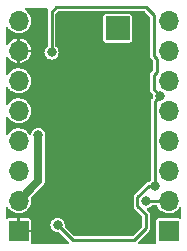
<source format=gbr>
%TF.GenerationSoftware,KiCad,Pcbnew,(6.0.5)*%
%TF.CreationDate,2022-05-26T22:58:08+02:00*%
%TF.ProjectId,STP220_Polulu,53545032-3230-45f5-906f-6c756c752e6b,rev?*%
%TF.SameCoordinates,Original*%
%TF.FileFunction,Copper,L1,Top*%
%TF.FilePolarity,Positive*%
%FSLAX46Y46*%
G04 Gerber Fmt 4.6, Leading zero omitted, Abs format (unit mm)*
G04 Created by KiCad (PCBNEW (6.0.5)) date 2022-05-26 22:58:08*
%MOMM*%
%LPD*%
G01*
G04 APERTURE LIST*
%TA.AperFunction,SMDPad,CuDef*%
%ADD10R,2.000000X2.000000*%
%TD*%
%TA.AperFunction,ComponentPad*%
%ADD11R,1.700000X1.700000*%
%TD*%
%TA.AperFunction,ComponentPad*%
%ADD12O,1.700000X1.700000*%
%TD*%
%TA.AperFunction,ViaPad*%
%ADD13C,0.400000*%
%TD*%
%TA.AperFunction,ViaPad*%
%ADD14C,0.800000*%
%TD*%
%TA.AperFunction,Conductor*%
%ADD15C,0.250000*%
%TD*%
%TA.AperFunction,Conductor*%
%ADD16C,0.700000*%
%TD*%
G04 APERTURE END LIST*
D10*
%TO.P,J3,1,Pin_1*%
%TO.N,Net-(J3-Pad1)*%
X144272000Y-78105000D03*
%TD*%
D11*
%TO.P,J2,1,Pin_1*%
%TO.N,GND*%
X135890000Y-95235000D03*
D12*
%TO.P,J2,2,Pin_2*%
%TO.N,+5V*%
X135890000Y-92695000D03*
%TO.P,J2,3,Pin_3*%
%TO.N,Net-(U1-Pad3)*%
X135890000Y-90155000D03*
%TO.P,J2,4,Pin_4*%
%TO.N,Net-(U1-Pad5)*%
X135890000Y-87615000D03*
%TO.P,J2,5,Pin_5*%
%TO.N,Net-(U1-Pad8)*%
X135890000Y-85075000D03*
%TO.P,J2,6,Pin_6*%
%TO.N,Net-(U1-Pad10)*%
X135890000Y-82535000D03*
%TO.P,J2,7,Pin_7*%
%TO.N,GND*%
X135890000Y-79995000D03*
%TO.P,J2,8,Pin_8*%
%TO.N,unconnected-(J2-Pad8)*%
X135890000Y-77455000D03*
%TD*%
D11*
%TO.P,J1,1,Pin_1*%
%TO.N,Net-(J1-Pad1)*%
X148590000Y-95250000D03*
D12*
%TO.P,J1,2,Pin_2*%
%TO.N,Net-(J1-Pad2)*%
X148590000Y-92710000D03*
%TO.P,J1,3,Pin_3*%
%TO.N,Net-(U1-Pad14)*%
X148590000Y-90170000D03*
%TO.P,J1,4,Pin_4*%
%TO.N,unconnected-(J1-Pad4)*%
X148590000Y-87630000D03*
%TO.P,J1,5,Pin_5*%
%TO.N,unconnected-(J1-Pad5)*%
X148590000Y-85090000D03*
%TO.P,J1,6,Pin_6*%
%TO.N,unconnected-(J1-Pad6)*%
X148590000Y-82550000D03*
%TO.P,J1,7,Pin_7*%
%TO.N,unconnected-(J1-Pad7)*%
X148590000Y-80010000D03*
%TO.P,J1,8,Pin_8*%
%TO.N,Net-(J1-Pad8)*%
X148590000Y-77470000D03*
%TD*%
D13*
%TO.N,GND*%
X135128000Y-93853000D03*
X137287000Y-95885000D03*
X139319000Y-95885000D03*
X140589000Y-94742000D03*
X145796000Y-94742000D03*
X146939000Y-95758000D03*
X143002000Y-79629000D03*
X144018000Y-81280000D03*
X146304000Y-84455000D03*
X146304000Y-85344000D03*
X143637000Y-89916000D03*
D14*
X139065000Y-91059000D03*
X140335000Y-91059000D03*
X141605000Y-91059000D03*
X140589000Y-88011000D03*
X140589000Y-84709000D03*
X143891000Y-84709000D03*
X143891000Y-88011000D03*
D13*
X146939000Y-81280000D03*
D14*
X139334150Y-88632588D03*
D13*
X141605000Y-86360000D03*
D14*
X137541000Y-81661000D03*
D13*
X142875000Y-86995000D03*
D14*
X137541000Y-85598000D03*
X137541000Y-83439000D03*
D13*
X142875000Y-86360000D03*
X142240000Y-86360000D03*
D14*
X140462000Y-80391000D03*
D13*
X142240000Y-85725000D03*
D14*
X145923000Y-78232000D03*
D13*
X141605000Y-86995000D03*
X141605000Y-85725000D03*
X142240000Y-86995000D03*
D14*
X137414000Y-76962000D03*
D13*
X142875000Y-85725000D03*
D14*
%TO.N,+5V*%
X147447000Y-91440000D03*
X139192000Y-94742000D03*
X138684000Y-80137000D03*
X147886060Y-83817093D03*
X137541000Y-87122000D03*
%TO.N,Net-(J1-Pad2)*%
X146679388Y-92721601D03*
%TO.N,Net-(J3-Pad1)*%
X144907000Y-77623820D03*
%TD*%
D15*
%TO.N,+5V*%
X145954877Y-92421498D02*
X146936375Y-91440000D01*
X146685000Y-94996000D02*
X146685000Y-93853000D01*
X145954877Y-93122877D02*
X145954877Y-92421498D01*
X146936375Y-91440000D02*
X147447000Y-91440000D01*
X145669000Y-96012000D02*
X146685000Y-94996000D01*
X140462000Y-96012000D02*
X145669000Y-96012000D01*
X146685000Y-93853000D02*
X145954877Y-93122877D01*
X139192000Y-94742000D02*
X140462000Y-96012000D01*
X147574000Y-81826034D02*
X147320000Y-82080034D01*
X147320000Y-76960020D02*
X147320000Y-80401010D01*
X147574000Y-80655010D02*
X147574000Y-81826034D01*
X138684000Y-80137000D02*
X138684000Y-76708000D01*
X139066980Y-76325020D02*
X146685000Y-76325020D01*
X147415489Y-91408489D02*
X147447000Y-91440000D01*
D16*
X137541000Y-87122000D02*
X137541000Y-91044000D01*
D15*
X138684000Y-76708000D02*
X139066980Y-76325020D01*
X147886060Y-83817093D02*
X147415489Y-84287664D01*
X146685000Y-76325020D02*
X147320000Y-76960020D01*
X147320000Y-83251033D02*
X147886060Y-83817093D01*
X147320000Y-82080034D02*
X147320000Y-83251033D01*
X147320000Y-80401010D02*
X147574000Y-80655010D01*
D16*
X137541000Y-91044000D02*
X135890000Y-92695000D01*
D15*
X147415489Y-84287664D02*
X147415489Y-91408489D01*
%TO.N,Net-(J1-Pad2)*%
X146690989Y-92710000D02*
X146679388Y-92721601D01*
X148590000Y-92710000D02*
X146690989Y-92710000D01*
%TD*%
%TA.AperFunction,Conductor*%
%TO.N,GND*%
G36*
X147580747Y-93056322D02*
G01*
X147606289Y-93091737D01*
X147607344Y-93094403D01*
X147608544Y-93098586D01*
X147702712Y-93281818D01*
X147705418Y-93285232D01*
X147816085Y-93424859D01*
X147830677Y-93443270D01*
X147987564Y-93576791D01*
X147991356Y-93578910D01*
X147991357Y-93578911D01*
X148163602Y-93675176D01*
X148163606Y-93675178D01*
X148167398Y-93677297D01*
X148171529Y-93678639D01*
X148171533Y-93678641D01*
X148359189Y-93739614D01*
X148359191Y-93739614D01*
X148363329Y-93740959D01*
X148567894Y-93765351D01*
X148572223Y-93765018D01*
X148572227Y-93765018D01*
X148768964Y-93749880D01*
X148768968Y-93749879D01*
X148773300Y-93749546D01*
X148777488Y-93748377D01*
X148777492Y-93748376D01*
X148903062Y-93713316D01*
X148971725Y-93694145D01*
X148975608Y-93692184D01*
X148975612Y-93692182D01*
X149132792Y-93612784D01*
X149155610Y-93601258D01*
X149209730Y-93558975D01*
X149314519Y-93477106D01*
X149314523Y-93477102D01*
X149317951Y-93474424D01*
X149438011Y-93335332D01*
X149449722Y-93321765D01*
X149449724Y-93321762D01*
X149452564Y-93318472D01*
X149454710Y-93314694D01*
X149454713Y-93314690D01*
X149493115Y-93247089D01*
X149539477Y-93207632D01*
X149600355Y-93207207D01*
X149647264Y-93246013D01*
X149659500Y-93291050D01*
X149659500Y-94139019D01*
X149638678Y-94196227D01*
X149585955Y-94226667D01*
X149535024Y-94215959D01*
X149533616Y-94219358D01*
X149525523Y-94216006D01*
X149518231Y-94211133D01*
X149509631Y-94209422D01*
X149509630Y-94209422D01*
X149469662Y-94201472D01*
X149459748Y-94199500D01*
X147720252Y-94199500D01*
X147710338Y-94201472D01*
X147670370Y-94209422D01*
X147670369Y-94209422D01*
X147661769Y-94211133D01*
X147654476Y-94216006D01*
X147646978Y-94221016D01*
X147595448Y-94255448D01*
X147590575Y-94262741D01*
X147556513Y-94313718D01*
X147551133Y-94321769D01*
X147539500Y-94380252D01*
X147539500Y-96119748D01*
X147551133Y-96178231D01*
X147556006Y-96185523D01*
X147559358Y-96193616D01*
X147556395Y-96194843D01*
X147567489Y-96240195D01*
X147540559Y-96294794D01*
X147479019Y-96319500D01*
X146036692Y-96319500D01*
X145979484Y-96298678D01*
X145949044Y-96245955D01*
X145959616Y-96186000D01*
X145973759Y-96167567D01*
X146902370Y-95238956D01*
X146908095Y-95233711D01*
X146932229Y-95213460D01*
X146938194Y-95208455D01*
X146957847Y-95174415D01*
X146962008Y-95167883D01*
X146984554Y-95135684D01*
X146986569Y-95128162D01*
X146989398Y-95122097D01*
X146991693Y-95115791D01*
X146995588Y-95109045D01*
X147002410Y-95070352D01*
X147004091Y-95062769D01*
X147008896Y-95044841D01*
X147014264Y-95024807D01*
X147010839Y-94985660D01*
X147010500Y-94977904D01*
X147010500Y-93871096D01*
X147010839Y-93863339D01*
X147013585Y-93831950D01*
X147014264Y-93824193D01*
X147004089Y-93786221D01*
X147002410Y-93778647D01*
X146996941Y-93747627D01*
X146996940Y-93747625D01*
X146995588Y-93739955D01*
X146991693Y-93733209D01*
X146989398Y-93726903D01*
X146986569Y-93720838D01*
X146984554Y-93713316D01*
X146962008Y-93681117D01*
X146957844Y-93674581D01*
X146942087Y-93647288D01*
X146938194Y-93640545D01*
X146908093Y-93615287D01*
X146902368Y-93610042D01*
X146754179Y-93461853D01*
X146728451Y-93406677D01*
X146744207Y-93347872D01*
X146794077Y-93312953D01*
X146805495Y-93310681D01*
X146815061Y-93309421D01*
X146836150Y-93306645D01*
X146852941Y-93299690D01*
X146976836Y-93248371D01*
X146976837Y-93248370D01*
X146982229Y-93246137D01*
X147107670Y-93149883D01*
X147144062Y-93102456D01*
X147168721Y-93070320D01*
X147220066Y-93037610D01*
X147239329Y-93035500D01*
X147523539Y-93035500D01*
X147580747Y-93056322D01*
G37*
%TD.AperFunction*%
%TA.AperFunction,Conductor*%
G36*
X138388193Y-76421322D02*
G01*
X138418633Y-76474045D01*
X138408061Y-76534000D01*
X138403889Y-76540549D01*
X138384446Y-76568316D01*
X138382430Y-76575838D01*
X138379602Y-76581903D01*
X138377307Y-76588209D01*
X138373412Y-76594955D01*
X138372060Y-76602625D01*
X138372059Y-76602627D01*
X138366590Y-76633647D01*
X138364911Y-76641221D01*
X138354736Y-76679193D01*
X138357294Y-76708429D01*
X138358161Y-76718339D01*
X138358500Y-76726096D01*
X138358500Y-79585960D01*
X138337678Y-79643168D01*
X138323680Y-79656568D01*
X138260351Y-79705162D01*
X138260347Y-79705166D01*
X138255718Y-79708718D01*
X138159464Y-79834159D01*
X138098956Y-79980238D01*
X138078318Y-80137000D01*
X138098956Y-80293762D01*
X138159464Y-80439841D01*
X138255718Y-80565282D01*
X138260347Y-80568834D01*
X138265617Y-80572878D01*
X138381159Y-80661536D01*
X138527238Y-80722044D01*
X138684000Y-80742682D01*
X138840762Y-80722044D01*
X138986841Y-80661536D01*
X139102383Y-80572878D01*
X139107653Y-80568834D01*
X139112282Y-80565282D01*
X139208536Y-80439841D01*
X139269044Y-80293762D01*
X139289682Y-80137000D01*
X139269044Y-79980238D01*
X139208536Y-79834159D01*
X139112282Y-79708718D01*
X139107653Y-79705166D01*
X139107649Y-79705162D01*
X139044320Y-79656568D01*
X139011610Y-79605223D01*
X139009500Y-79585960D01*
X139009500Y-79124748D01*
X143071500Y-79124748D01*
X143083133Y-79183231D01*
X143127448Y-79249552D01*
X143193769Y-79293867D01*
X143202369Y-79295578D01*
X143202370Y-79295578D01*
X143235507Y-79302169D01*
X143252252Y-79305500D01*
X145291748Y-79305500D01*
X145308493Y-79302169D01*
X145341630Y-79295578D01*
X145341631Y-79295578D01*
X145350231Y-79293867D01*
X145416552Y-79249552D01*
X145460867Y-79183231D01*
X145472500Y-79124748D01*
X145472500Y-77845468D01*
X145479275Y-77811409D01*
X145489811Y-77785973D01*
X145492044Y-77780582D01*
X145512682Y-77623820D01*
X145492044Y-77467058D01*
X145479275Y-77436231D01*
X145472500Y-77402172D01*
X145472500Y-77085252D01*
X145460867Y-77026769D01*
X145416552Y-76960448D01*
X145383392Y-76938291D01*
X145357524Y-76921006D01*
X145350231Y-76916133D01*
X145341631Y-76914422D01*
X145341630Y-76914422D01*
X145296031Y-76905352D01*
X145296032Y-76905352D01*
X145291748Y-76904500D01*
X143252252Y-76904500D01*
X143247968Y-76905352D01*
X143247969Y-76905352D01*
X143202370Y-76914422D01*
X143202369Y-76914422D01*
X143193769Y-76916133D01*
X143186476Y-76921006D01*
X143160608Y-76938291D01*
X143127448Y-76960448D01*
X143083133Y-77026769D01*
X143071500Y-77085252D01*
X143071500Y-79124748D01*
X139009500Y-79124748D01*
X139009500Y-76879692D01*
X139030322Y-76822484D01*
X139035567Y-76816759D01*
X139175739Y-76676587D01*
X139230915Y-76650859D01*
X139238672Y-76650520D01*
X146513308Y-76650520D01*
X146570516Y-76671342D01*
X146576241Y-76676587D01*
X146968433Y-77068779D01*
X146994161Y-77123955D01*
X146994500Y-77131712D01*
X146994500Y-80382914D01*
X146994161Y-80390670D01*
X146990736Y-80429817D01*
X146992751Y-80437336D01*
X147000909Y-80467779D01*
X147002590Y-80475362D01*
X147009412Y-80514055D01*
X147013307Y-80520801D01*
X147015602Y-80527107D01*
X147018431Y-80533172D01*
X147020446Y-80540694D01*
X147042992Y-80572893D01*
X147047153Y-80579425D01*
X147066806Y-80613465D01*
X147072771Y-80618470D01*
X147096912Y-80638727D01*
X147102637Y-80643973D01*
X147222433Y-80763770D01*
X147248161Y-80818946D01*
X147248500Y-80826702D01*
X147248500Y-81654342D01*
X147227678Y-81711550D01*
X147222433Y-81717274D01*
X147102635Y-81837073D01*
X147096910Y-81842319D01*
X147066806Y-81867579D01*
X147062913Y-81874322D01*
X147047156Y-81901615D01*
X147042992Y-81908151D01*
X147020446Y-81940350D01*
X147018431Y-81947872D01*
X147015602Y-81953937D01*
X147013307Y-81960243D01*
X147009412Y-81966989D01*
X147008060Y-81974659D01*
X147008059Y-81974661D01*
X147002590Y-82005681D01*
X147000911Y-82013255D01*
X146990736Y-82051227D01*
X146991415Y-82058984D01*
X146994161Y-82090373D01*
X146994500Y-82098130D01*
X146994500Y-83232937D01*
X146994161Y-83240693D01*
X146990736Y-83279840D01*
X147000004Y-83314424D01*
X147000909Y-83317802D01*
X147002590Y-83325385D01*
X147009412Y-83364078D01*
X147013307Y-83370824D01*
X147015602Y-83377130D01*
X147018431Y-83383195D01*
X147020446Y-83390717D01*
X147042992Y-83422916D01*
X147047153Y-83429448D01*
X147066806Y-83463488D01*
X147072771Y-83468493D01*
X147096907Y-83488746D01*
X147102632Y-83493991D01*
X147266253Y-83657612D01*
X147291981Y-83712788D01*
X147291559Y-83732161D01*
X147280378Y-83817093D01*
X147281139Y-83822873D01*
X147281139Y-83822875D01*
X147291559Y-83902025D01*
X147278382Y-83961461D01*
X147266253Y-83976574D01*
X147198119Y-84044708D01*
X147192394Y-84049953D01*
X147162295Y-84075209D01*
X147148966Y-84098297D01*
X147142645Y-84109245D01*
X147138481Y-84115781D01*
X147115935Y-84147980D01*
X147113920Y-84155502D01*
X147111091Y-84161567D01*
X147108796Y-84167873D01*
X147104901Y-84174619D01*
X147103549Y-84182289D01*
X147103548Y-84182291D01*
X147098079Y-84213311D01*
X147096400Y-84220885D01*
X147086225Y-84258857D01*
X147086904Y-84266614D01*
X147089650Y-84298003D01*
X147089989Y-84305760D01*
X147089989Y-90913139D01*
X147069167Y-90970347D01*
X147055169Y-90983747D01*
X147023348Y-91008164D01*
X147023342Y-91008170D01*
X147018718Y-91011718D01*
X146967992Y-91077825D01*
X146916649Y-91110535D01*
X146912525Y-91111170D01*
X146907568Y-91110736D01*
X146900045Y-91112752D01*
X146900044Y-91112752D01*
X146896805Y-91113620D01*
X146869596Y-91120911D01*
X146862022Y-91122590D01*
X146831002Y-91128059D01*
X146831000Y-91128060D01*
X146823330Y-91129412D01*
X146816584Y-91133307D01*
X146810278Y-91135602D01*
X146804213Y-91138431D01*
X146796691Y-91140446D01*
X146764492Y-91162992D01*
X146757960Y-91167153D01*
X146723920Y-91186806D01*
X146704839Y-91209546D01*
X146698662Y-91216907D01*
X146693417Y-91222632D01*
X145737507Y-92178542D01*
X145731782Y-92183787D01*
X145701683Y-92209043D01*
X145697790Y-92215786D01*
X145682033Y-92243079D01*
X145677869Y-92249615D01*
X145655323Y-92281814D01*
X145653308Y-92289336D01*
X145650479Y-92295401D01*
X145648184Y-92301707D01*
X145644289Y-92308453D01*
X145642937Y-92316123D01*
X145642936Y-92316125D01*
X145637467Y-92347145D01*
X145635788Y-92354719D01*
X145625613Y-92392691D01*
X145626292Y-92400448D01*
X145629038Y-92431837D01*
X145629377Y-92439594D01*
X145629377Y-93104781D01*
X145629038Y-93112537D01*
X145625613Y-93151684D01*
X145627628Y-93159203D01*
X145635786Y-93189646D01*
X145637467Y-93197229D01*
X145644289Y-93235922D01*
X145648184Y-93242668D01*
X145650479Y-93248974D01*
X145653308Y-93255039D01*
X145655323Y-93262561D01*
X145677869Y-93294760D01*
X145682030Y-93301292D01*
X145701683Y-93335332D01*
X145727720Y-93357180D01*
X145731784Y-93360590D01*
X145737509Y-93365835D01*
X146333433Y-93961759D01*
X146359161Y-94016935D01*
X146359500Y-94024692D01*
X146359500Y-94824308D01*
X146338678Y-94881516D01*
X146333433Y-94887241D01*
X145560241Y-95660433D01*
X145505065Y-95686161D01*
X145497308Y-95686500D01*
X140633692Y-95686500D01*
X140576484Y-95665678D01*
X140570760Y-95660433D01*
X139811808Y-94901482D01*
X139786079Y-94846306D01*
X139786501Y-94826933D01*
X139796921Y-94747782D01*
X139796921Y-94747780D01*
X139797682Y-94742000D01*
X139777044Y-94585238D01*
X139716536Y-94439159D01*
X139656577Y-94361019D01*
X139623834Y-94318347D01*
X139620282Y-94313718D01*
X139494841Y-94217464D01*
X139457361Y-94201939D01*
X139354153Y-94159189D01*
X139348762Y-94156956D01*
X139192000Y-94136318D01*
X139035238Y-94156956D01*
X139029847Y-94159189D01*
X138926640Y-94201939D01*
X138889159Y-94217464D01*
X138763718Y-94313718D01*
X138760166Y-94318347D01*
X138727423Y-94361019D01*
X138667464Y-94439159D01*
X138606956Y-94585238D01*
X138586318Y-94742000D01*
X138606956Y-94898762D01*
X138609189Y-94904153D01*
X138655953Y-95017050D01*
X138667464Y-95044841D01*
X138763718Y-95170282D01*
X138889159Y-95266536D01*
X139035238Y-95327044D01*
X139192000Y-95347682D01*
X139197780Y-95346921D01*
X139197782Y-95346921D01*
X139276933Y-95336501D01*
X139336369Y-95349678D01*
X139351482Y-95361808D01*
X140157241Y-96167568D01*
X140182969Y-96222743D01*
X140167213Y-96281548D01*
X140117343Y-96316467D01*
X140094308Y-96319500D01*
X136990358Y-96319500D01*
X136933150Y-96298678D01*
X136902710Y-96245955D01*
X136916357Y-96181055D01*
X136923527Y-96170324D01*
X136930105Y-96154442D01*
X136939148Y-96108981D01*
X136940000Y-96100331D01*
X136940000Y-95350694D01*
X136935624Y-95338671D01*
X136929266Y-95335000D01*
X135879000Y-95335000D01*
X135821792Y-95314178D01*
X135791352Y-95261455D01*
X135790000Y-95246000D01*
X135790000Y-95119306D01*
X135990000Y-95119306D01*
X135994376Y-95131329D01*
X136000734Y-95135000D01*
X136924306Y-95135000D01*
X136936329Y-95130624D01*
X136940000Y-95124266D01*
X136940000Y-94369669D01*
X136939148Y-94361019D01*
X136930105Y-94315558D01*
X136923528Y-94299679D01*
X136889063Y-94248098D01*
X136876902Y-94235937D01*
X136825321Y-94201472D01*
X136809442Y-94194895D01*
X136763981Y-94185852D01*
X136755331Y-94185000D01*
X136005694Y-94185000D01*
X135993671Y-94189376D01*
X135990000Y-94195734D01*
X135990000Y-95119306D01*
X135790000Y-95119306D01*
X135790000Y-94200694D01*
X135785624Y-94188671D01*
X135779266Y-94185000D01*
X135024669Y-94185000D01*
X135016019Y-94185852D01*
X134970558Y-94194895D01*
X134946576Y-94204828D01*
X134945379Y-94201939D01*
X134899820Y-94213092D01*
X134845216Y-94186171D01*
X134820500Y-94124620D01*
X134820500Y-93280154D01*
X134841322Y-93222946D01*
X134894045Y-93192506D01*
X134954000Y-93203078D01*
X134988658Y-93239472D01*
X135002712Y-93266818D01*
X135005418Y-93270232D01*
X135113563Y-93406677D01*
X135130677Y-93428270D01*
X135287564Y-93561791D01*
X135291356Y-93563910D01*
X135291357Y-93563911D01*
X135463602Y-93660176D01*
X135463606Y-93660178D01*
X135467398Y-93662297D01*
X135471529Y-93663639D01*
X135471533Y-93663641D01*
X135659189Y-93724614D01*
X135659191Y-93724614D01*
X135663329Y-93725959D01*
X135867894Y-93750351D01*
X135872223Y-93750018D01*
X135872227Y-93750018D01*
X136068964Y-93734880D01*
X136068968Y-93734879D01*
X136073300Y-93734546D01*
X136077488Y-93733377D01*
X136077492Y-93733376D01*
X136195146Y-93700526D01*
X136271725Y-93679145D01*
X136275608Y-93677184D01*
X136275612Y-93677182D01*
X136403097Y-93612784D01*
X136455610Y-93586258D01*
X136490531Y-93558975D01*
X136614519Y-93462106D01*
X136614523Y-93462102D01*
X136617951Y-93459424D01*
X136720743Y-93340337D01*
X136749722Y-93306765D01*
X136749724Y-93306762D01*
X136752564Y-93303472D01*
X136754710Y-93299694D01*
X136754713Y-93299690D01*
X136852175Y-93128125D01*
X136854323Y-93124344D01*
X136858251Y-93112538D01*
X136917975Y-92932998D01*
X136919351Y-92928863D01*
X136945171Y-92724474D01*
X136945583Y-92695000D01*
X136925480Y-92489970D01*
X136926341Y-92489886D01*
X136935083Y-92433438D01*
X136950139Y-92413386D01*
X137920214Y-91443311D01*
X137922905Y-91440731D01*
X137964693Y-91402305D01*
X137969156Y-91398201D01*
X137972352Y-91393047D01*
X137972354Y-91393044D01*
X137993010Y-91359730D01*
X137997751Y-91352831D01*
X138025112Y-91316783D01*
X138031862Y-91299735D01*
X138038966Y-91285608D01*
X138048635Y-91270014D01*
X138050327Y-91264188D01*
X138050329Y-91264185D01*
X138061260Y-91226559D01*
X138063976Y-91218626D01*
X138078403Y-91182187D01*
X138078403Y-91182186D01*
X138080636Y-91176547D01*
X138082553Y-91158310D01*
X138085598Y-91142788D01*
X138089415Y-91129650D01*
X138089415Y-91129649D01*
X138090715Y-91125175D01*
X138091500Y-91114485D01*
X138091500Y-91077844D01*
X138091988Y-91068541D01*
X138095768Y-91032580D01*
X138095768Y-91032578D01*
X138096402Y-91026545D01*
X138092746Y-91004929D01*
X138091500Y-90990087D01*
X138091500Y-87379861D01*
X138098275Y-87345802D01*
X138123811Y-87284153D01*
X138126044Y-87278762D01*
X138146682Y-87122000D01*
X138126044Y-86965238D01*
X138085704Y-86867848D01*
X138067770Y-86824552D01*
X138067769Y-86824551D01*
X138065536Y-86819159D01*
X138000541Y-86734456D01*
X137972834Y-86698347D01*
X137969282Y-86693718D01*
X137843841Y-86597464D01*
X137833340Y-86593114D01*
X137703153Y-86539189D01*
X137697762Y-86536956D01*
X137541000Y-86516318D01*
X137384238Y-86536956D01*
X137378847Y-86539189D01*
X137248661Y-86593114D01*
X137238159Y-86597464D01*
X137112718Y-86693718D01*
X137109166Y-86698347D01*
X137081459Y-86734456D01*
X137016464Y-86819159D01*
X137014231Y-86824551D01*
X137014230Y-86824552D01*
X136996296Y-86867848D01*
X136955956Y-86965238D01*
X136955195Y-86971021D01*
X136948263Y-87023672D01*
X136920152Y-87077673D01*
X136863906Y-87100970D01*
X136805844Y-87082663D01*
X136781441Y-87053837D01*
X136771263Y-87034695D01*
X136769218Y-87030849D01*
X136639011Y-86871200D01*
X136480275Y-86739882D01*
X136403458Y-86698347D01*
X136302889Y-86643970D01*
X136299055Y-86641897D01*
X136102254Y-86580977D01*
X135999812Y-86570210D01*
X135901703Y-86559898D01*
X135901698Y-86559898D01*
X135897369Y-86559443D01*
X135692203Y-86578114D01*
X135678099Y-86582265D01*
X135498750Y-86635050D01*
X135498747Y-86635051D01*
X135494572Y-86636280D01*
X135490717Y-86638295D01*
X135490713Y-86638297D01*
X135315862Y-86729708D01*
X135312002Y-86731726D01*
X135151447Y-86860815D01*
X135127319Y-86889570D01*
X135028403Y-87007453D01*
X135019024Y-87018630D01*
X135016925Y-87022448D01*
X134987491Y-87075988D01*
X134941684Y-87116089D01*
X134880818Y-87117364D01*
X134833372Y-87079216D01*
X134820500Y-87033112D01*
X134820500Y-85660154D01*
X134841322Y-85602946D01*
X134894045Y-85572506D01*
X134954000Y-85583078D01*
X134988658Y-85619472D01*
X135002712Y-85646818D01*
X135005418Y-85650232D01*
X135034374Y-85686765D01*
X135130677Y-85808270D01*
X135287564Y-85941791D01*
X135291356Y-85943910D01*
X135291357Y-85943911D01*
X135463602Y-86040176D01*
X135463606Y-86040178D01*
X135467398Y-86042297D01*
X135471529Y-86043639D01*
X135471533Y-86043641D01*
X135659189Y-86104614D01*
X135659191Y-86104614D01*
X135663329Y-86105959D01*
X135867894Y-86130351D01*
X135872223Y-86130018D01*
X135872227Y-86130018D01*
X136068964Y-86114880D01*
X136068968Y-86114879D01*
X136073300Y-86114546D01*
X136077488Y-86113377D01*
X136077492Y-86113376D01*
X136195146Y-86080526D01*
X136271725Y-86059145D01*
X136275608Y-86057184D01*
X136275612Y-86057182D01*
X136364652Y-86012204D01*
X136455610Y-85966258D01*
X136490531Y-85938975D01*
X136614519Y-85842106D01*
X136614523Y-85842102D01*
X136617951Y-85839424D01*
X136736774Y-85701765D01*
X136749722Y-85686765D01*
X136749724Y-85686762D01*
X136752564Y-85683472D01*
X136754710Y-85679694D01*
X136754713Y-85679690D01*
X136852175Y-85508125D01*
X136854323Y-85504344D01*
X136867882Y-85463586D01*
X136917975Y-85312998D01*
X136919351Y-85308863D01*
X136945171Y-85104474D01*
X136945583Y-85075000D01*
X136925480Y-84869970D01*
X136865935Y-84672749D01*
X136818658Y-84583833D01*
X136771261Y-84494691D01*
X136771260Y-84494690D01*
X136769218Y-84490849D01*
X136639011Y-84331200D01*
X136480275Y-84199882D01*
X136410264Y-84162027D01*
X136302889Y-84103970D01*
X136299055Y-84101897D01*
X136102254Y-84040977D01*
X135999812Y-84030210D01*
X135901703Y-84019898D01*
X135901698Y-84019898D01*
X135897369Y-84019443D01*
X135692203Y-84038114D01*
X135678099Y-84042265D01*
X135498750Y-84095050D01*
X135498747Y-84095051D01*
X135494572Y-84096280D01*
X135490717Y-84098295D01*
X135490713Y-84098297D01*
X135344724Y-84174619D01*
X135312002Y-84191726D01*
X135151447Y-84320815D01*
X135127319Y-84349570D01*
X135028403Y-84467453D01*
X135019024Y-84478630D01*
X135016925Y-84482448D01*
X134987491Y-84535988D01*
X134941684Y-84576089D01*
X134880818Y-84577364D01*
X134833372Y-84539216D01*
X134820500Y-84493112D01*
X134820500Y-83120154D01*
X134841322Y-83062946D01*
X134894045Y-83032506D01*
X134954000Y-83043078D01*
X134988658Y-83079472D01*
X135002712Y-83106818D01*
X135005418Y-83110232D01*
X135108821Y-83240694D01*
X135130677Y-83268270D01*
X135197788Y-83325386D01*
X135282043Y-83397092D01*
X135287564Y-83401791D01*
X135291356Y-83403910D01*
X135291357Y-83403911D01*
X135463602Y-83500176D01*
X135463606Y-83500178D01*
X135467398Y-83502297D01*
X135471529Y-83503639D01*
X135471533Y-83503641D01*
X135659189Y-83564614D01*
X135659191Y-83564614D01*
X135663329Y-83565959D01*
X135867894Y-83590351D01*
X135872223Y-83590018D01*
X135872227Y-83590018D01*
X136068964Y-83574880D01*
X136068968Y-83574879D01*
X136073300Y-83574546D01*
X136077488Y-83573377D01*
X136077492Y-83573376D01*
X136195146Y-83540526D01*
X136271725Y-83519145D01*
X136275608Y-83517184D01*
X136275612Y-83517182D01*
X136395256Y-83456745D01*
X136455610Y-83426258D01*
X136501101Y-83390717D01*
X136614519Y-83302106D01*
X136614523Y-83302102D01*
X136617951Y-83299424D01*
X136736774Y-83161765D01*
X136749722Y-83146765D01*
X136749724Y-83146762D01*
X136752564Y-83143472D01*
X136754710Y-83139694D01*
X136754713Y-83139690D01*
X136852175Y-82968125D01*
X136854323Y-82964344D01*
X136867882Y-82923586D01*
X136917975Y-82772998D01*
X136919351Y-82768863D01*
X136945171Y-82564474D01*
X136945583Y-82535000D01*
X136925480Y-82329970D01*
X136865935Y-82132749D01*
X136824279Y-82054405D01*
X136771261Y-81954691D01*
X136771260Y-81954690D01*
X136769218Y-81950849D01*
X136639011Y-81791200D01*
X136480275Y-81659882D01*
X136299055Y-81561897D01*
X136102254Y-81500977D01*
X135999812Y-81490210D01*
X135901703Y-81479898D01*
X135901698Y-81479898D01*
X135897369Y-81479443D01*
X135692203Y-81498114D01*
X135678099Y-81502265D01*
X135498750Y-81555050D01*
X135498747Y-81555051D01*
X135494572Y-81556280D01*
X135490717Y-81558295D01*
X135490713Y-81558297D01*
X135451170Y-81578970D01*
X135312002Y-81651726D01*
X135151447Y-81780815D01*
X135019024Y-81938630D01*
X135016925Y-81942448D01*
X134987491Y-81995988D01*
X134941684Y-82036089D01*
X134880818Y-82037364D01*
X134833372Y-81999216D01*
X134820500Y-81953112D01*
X134820500Y-80579061D01*
X134841322Y-80521853D01*
X134894045Y-80491413D01*
X134954000Y-80501985D01*
X134988658Y-80538379D01*
X135001143Y-80562671D01*
X135005840Y-80569960D01*
X135128334Y-80724510D01*
X135134352Y-80730741D01*
X135284542Y-80858563D01*
X135291644Y-80863499D01*
X135463801Y-80959715D01*
X135471738Y-80963182D01*
X135659291Y-81024121D01*
X135667764Y-81025984D01*
X135774419Y-81038702D01*
X135786872Y-81035781D01*
X135790000Y-81031600D01*
X135790000Y-81024761D01*
X135990000Y-81024761D01*
X135994376Y-81036784D01*
X135999472Y-81039726D01*
X136068877Y-81034386D01*
X136077405Y-81032882D01*
X136267348Y-80979848D01*
X136275430Y-80976714D01*
X136451456Y-80887796D01*
X136458769Y-80883155D01*
X136614177Y-80761737D01*
X136620446Y-80755768D01*
X136749312Y-80606475D01*
X136754302Y-80599402D01*
X136851716Y-80427922D01*
X136855237Y-80420014D01*
X136917487Y-80232887D01*
X136919408Y-80224428D01*
X136933792Y-80110570D01*
X136930958Y-80098095D01*
X136926881Y-80095000D01*
X136005694Y-80095000D01*
X135993671Y-80099376D01*
X135990000Y-80105734D01*
X135990000Y-81024761D01*
X135790000Y-81024761D01*
X135790000Y-79879306D01*
X135990000Y-79879306D01*
X135994376Y-79891329D01*
X136000734Y-79895000D01*
X136919582Y-79895000D01*
X136931605Y-79890624D01*
X136934376Y-79885824D01*
X136925412Y-79794404D01*
X136923727Y-79785894D01*
X136866731Y-79597113D01*
X136863425Y-79589091D01*
X136770844Y-79414974D01*
X136766045Y-79407750D01*
X136641407Y-79254928D01*
X136635304Y-79248782D01*
X136483347Y-79123072D01*
X136476164Y-79118227D01*
X136302694Y-79024433D01*
X136294698Y-79021072D01*
X136106313Y-78962757D01*
X136097819Y-78961013D01*
X136005607Y-78951321D01*
X135993194Y-78954416D01*
X135990000Y-78958812D01*
X135990000Y-79879306D01*
X135790000Y-79879306D01*
X135790000Y-78965410D01*
X135785624Y-78953387D01*
X135780728Y-78950560D01*
X135696635Y-78958212D01*
X135688120Y-78959837D01*
X135498929Y-79015519D01*
X135490906Y-79018761D01*
X135316137Y-79110128D01*
X135308882Y-79114875D01*
X135155190Y-79238447D01*
X135149002Y-79244507D01*
X135022237Y-79395578D01*
X135017339Y-79402731D01*
X134987491Y-79457026D01*
X134941685Y-79497127D01*
X134880819Y-79498402D01*
X134833373Y-79460255D01*
X134820500Y-79414150D01*
X134820500Y-78040154D01*
X134841322Y-77982946D01*
X134894045Y-77952506D01*
X134954000Y-77963078D01*
X134988658Y-77999472D01*
X135002712Y-78026818D01*
X135005418Y-78030232D01*
X135116138Y-78169926D01*
X135130677Y-78188270D01*
X135287564Y-78321791D01*
X135291356Y-78323910D01*
X135291357Y-78323911D01*
X135463602Y-78420176D01*
X135463606Y-78420178D01*
X135467398Y-78422297D01*
X135471529Y-78423639D01*
X135471533Y-78423641D01*
X135659189Y-78484614D01*
X135659191Y-78484614D01*
X135663329Y-78485959D01*
X135867894Y-78510351D01*
X135872223Y-78510018D01*
X135872227Y-78510018D01*
X136068964Y-78494880D01*
X136068968Y-78494879D01*
X136073300Y-78494546D01*
X136077488Y-78493377D01*
X136077492Y-78493376D01*
X136195146Y-78460526D01*
X136271725Y-78439145D01*
X136275608Y-78437184D01*
X136275612Y-78437182D01*
X136364652Y-78392204D01*
X136455610Y-78346258D01*
X136490531Y-78318975D01*
X136614519Y-78222106D01*
X136614523Y-78222102D01*
X136617951Y-78219424D01*
X136736774Y-78081765D01*
X136749722Y-78066765D01*
X136749724Y-78066762D01*
X136752564Y-78063472D01*
X136754710Y-78059694D01*
X136754713Y-78059690D01*
X136852175Y-77888125D01*
X136854323Y-77884344D01*
X136867256Y-77845468D01*
X136917975Y-77692998D01*
X136919351Y-77688863D01*
X136945171Y-77484474D01*
X136945583Y-77455000D01*
X136925480Y-77249970D01*
X136865935Y-77052749D01*
X136816858Y-76960448D01*
X136771261Y-76874691D01*
X136771260Y-76874690D01*
X136769218Y-76870849D01*
X136639011Y-76711200D01*
X136480275Y-76579882D01*
X136457909Y-76567789D01*
X136417489Y-76522264D01*
X136415789Y-76461408D01*
X136453604Y-76413697D01*
X136500239Y-76400500D01*
X138330985Y-76400500D01*
X138388193Y-76421322D01*
G37*
%TD.AperFunction*%
%TD*%
M02*

</source>
